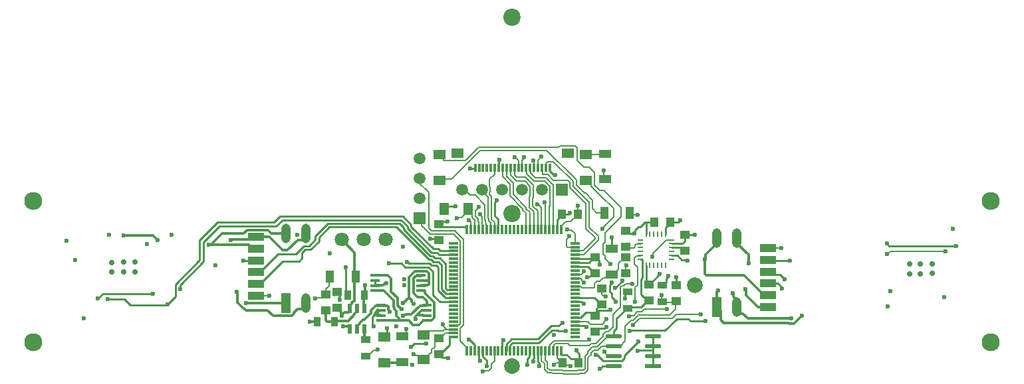
<source format=gtl>
G04*
G04 #@! TF.GenerationSoftware,Altium Limited,Altium Designer,21.3.2 (30)*
G04*
G04 Layer_Physical_Order=1*
G04 Layer_Color=255*
%FSLAX43Y43*%
%MOMM*%
G71*
G04*
G04 #@! TF.SameCoordinates,FBD5C96F-955A-4271-84E1-1BDEFFC5CDA7*
G04*
G04*
G04 #@! TF.FilePolarity,Positive*
G04*
G01*
G75*
%ADD16C,0.203*%
%ADD18R,1.067X1.524*%
%ADD19R,1.270X1.016*%
%ADD20R,0.300X1.000*%
%ADD21R,0.300X1.200*%
%ADD22R,0.550X1.200*%
%ADD23R,1.200X0.300*%
%ADD24R,1.575X1.270*%
%ADD25R,1.524X1.067*%
%ADD26R,2.100X0.500*%
%ADD27O,2.100X0.500*%
%ADD28R,2.000X1.000*%
%ADD29R,0.889X1.270*%
%ADD30R,1.270X0.889*%
%ADD31R,1.200X0.350*%
%ADD32R,1.016X1.270*%
%ADD33R,0.790X0.260*%
%ADD34R,0.260X0.790*%
%ADD35R,1.650X1.300*%
%ADD36R,1.626X1.194*%
%ADD37O,1.200X2.500*%
%ADD38R,1.200X2.500*%
%ADD39R,1.194X1.626*%
%ADD69C,0.254*%
%ADD70C,0.305*%
%ADD71C,0.508*%
%ADD72C,1.800*%
%ADD73C,2.000*%
%ADD74C,2.200*%
%ADD75C,2.300*%
%ADD76C,2.300*%
%ADD77C,0.700*%
%ADD78C,1.500*%
%ADD79R,1.500X1.500*%
%ADD80R,1.500X1.500*%
%ADD81C,0.600*%
D16*
X55600Y72636D02*
G03*
X55600Y73364I-990J364D01*
G01*
X35150Y60700D02*
Y61698D01*
X34726Y60276D02*
X35150Y60700D01*
Y61698D02*
X35352Y61900D01*
X34294Y59176D02*
X34726Y59608D01*
Y60276D01*
X33583Y59176D02*
X34294D01*
X33457Y59050D02*
X33583Y59176D01*
X33350Y59050D02*
X33457D01*
X39850Y51750D02*
X40104D01*
X40810Y52456D01*
X41274D01*
X41350Y52532D01*
X49702Y76698D02*
Y76998D01*
X50731Y74331D02*
X54400Y78000D01*
X49702Y76698D02*
X52524D01*
X49250Y77450D02*
X49702Y76998D01*
X52524Y76698D02*
X54232Y78406D01*
X49433Y74331D02*
X50731D01*
X78901Y58568D02*
X79020Y58687D01*
X78309Y58550D02*
X78901Y58568D01*
X63227Y49973D02*
X64235Y49913D01*
X65599Y49845D02*
X66101D01*
X62961Y50239D02*
X63227Y49973D01*
X64986Y50732D02*
X65850Y50450D01*
X65431Y49439D02*
X66269D01*
X62555Y50045D02*
X63033Y49567D01*
X77768Y58550D02*
X78309D01*
X64235Y49913D02*
X65599Y49845D01*
X67701Y49507D02*
X68116Y49922D01*
X64926Y50792D02*
X64986Y50732D01*
X66101Y49845D02*
X67533Y49913D01*
X66269Y49439D02*
X67701Y49507D01*
X64868Y50850D02*
X64926Y50792D01*
X79020Y58687D02*
Y59124D01*
X67533Y49913D02*
X67710Y50090D01*
X63033Y49567D02*
X65431Y49439D01*
X64102Y50850D02*
X64868D01*
X63852Y50600D02*
X64102Y50850D01*
X63800Y50600D02*
X63852D01*
X67175Y61602D02*
X67355Y61422D01*
Y61398D02*
Y61422D01*
Y61398D02*
X67553Y61199D01*
Y61092D02*
Y61199D01*
Y62446D02*
Y62541D01*
X74110Y58655D02*
X74137Y58682D01*
Y60511D02*
X74400Y60775D01*
X74137Y58682D02*
Y60511D01*
X71332Y57027D02*
X72259Y57954D01*
X74400Y60775D02*
Y63104D01*
X72259Y57954D02*
Y60511D01*
X72440Y60692D01*
X68251Y53055D02*
X68513Y53317D01*
X65547Y53302D02*
X65794Y53055D01*
X68251D01*
X70063Y59437D02*
X70274D01*
X69900Y59600D02*
Y60382D01*
Y59600D02*
X70063Y59437D01*
X70274D02*
X70350Y59361D01*
X65767Y53656D02*
X68220D01*
X77450Y58868D02*
Y59551D01*
Y58868D02*
X77600Y58718D01*
X79250Y57698D02*
Y58618D01*
X78508Y56956D02*
X79250Y57698D01*
Y58618D02*
X79350Y58718D01*
X79020Y59124D02*
X79350Y58718D01*
X77600D02*
X77768Y58550D01*
X106638Y65088D02*
X113648D01*
X106200Y64750D02*
X106300D01*
X106638Y65088D01*
X76376Y64526D02*
Y64876D01*
X78080Y66580D01*
X76300Y64450D02*
X76376Y64526D01*
X61042Y70897D02*
X61700Y70239D01*
X60636Y70729D02*
Y72029D01*
X58205Y72181D02*
X59823Y70563D01*
X60230Y70561D02*
Y70731D01*
X60700Y67900D02*
Y70090D01*
X61647Y71148D02*
X61752D01*
X61042Y70897D02*
Y71860D01*
X61151Y71969D01*
X58611Y72350D02*
X60230Y70731D01*
X61151Y71969D02*
Y73605D01*
X60169Y74587D02*
X61151Y73605D01*
X61200Y67900D02*
Y70165D01*
X59823Y70393D02*
Y70563D01*
X60636Y72029D02*
X60745Y72138D01*
X60200Y67900D02*
Y70016D01*
X61700Y67900D02*
Y70239D01*
X60636Y70729D02*
X61200Y70165D01*
X61752Y71148D02*
X62200Y70700D01*
X60127Y74055D02*
X60745Y73437D01*
X60230Y70561D02*
X60700Y70090D01*
X59823Y70393D02*
X60200Y70016D01*
X60745Y72138D02*
Y73437D01*
X74000Y64252D02*
X74300Y64552D01*
X74000Y63504D02*
X74400Y63104D01*
X74000Y63504D02*
Y64252D01*
X79369Y57069D02*
X82461D01*
X78850Y56550D02*
X79369Y57069D01*
X74687Y56550D02*
X78850D01*
X74519Y56956D02*
X78508D01*
X75276Y57707D02*
X78152D01*
X74932Y57362D02*
X75276Y57707D01*
X73810Y55673D02*
X74687Y56550D01*
X73319Y56839D02*
X73395Y56915D01*
X73903D01*
X74351Y57362D01*
X73841Y56278D02*
X74519Y56956D01*
X73560Y56278D02*
X73841D01*
X74351Y57362D02*
X74932D01*
X72844Y55562D02*
X73560Y56278D01*
X69870Y68000D02*
X71400Y69530D01*
X69870Y68000D02*
X69929Y67941D01*
X70300Y67457D02*
X72350Y69507D01*
Y70700D01*
X70300Y66322D02*
Y67457D01*
X65445Y67850D02*
X66000D01*
X65700Y66943D02*
Y67050D01*
X70450Y56393D02*
Y56500D01*
X70103Y55944D02*
Y56045D01*
X69959Y55800D02*
X70103Y55944D01*
Y56045D02*
X70450Y56393D01*
X68405Y55800D02*
X69959D01*
X62200Y51174D02*
Y52400D01*
Y51174D02*
X62555Y50819D01*
X61750Y76761D02*
X62150Y77161D01*
Y77216D01*
X61750Y75750D02*
Y76761D01*
X72844Y53644D02*
Y55562D01*
X72440Y60692D02*
X72668D01*
X70372Y54822D02*
X70695D01*
X69069Y53317D02*
X70048Y54297D01*
X70695Y54822D02*
X71332Y55459D01*
Y57027D01*
X70048Y54297D02*
Y54498D01*
X70372Y54822D01*
X72200Y53000D02*
X72844Y53644D01*
X72668Y60692D02*
X72956Y60980D01*
X73750D01*
X63248Y53199D02*
X63757Y53708D01*
X63248Y52448D02*
Y53199D01*
X63748Y52448D02*
Y53125D01*
X63925Y53302D02*
X65547D01*
X63748Y53125D02*
X63925Y53302D01*
X63757Y53708D02*
X65716D01*
X65767Y53656D01*
X68513Y53317D02*
X69069D01*
X68681Y52911D02*
X69241D01*
X68089Y52074D02*
Y52319D01*
X69351Y52505D02*
X69380Y52475D01*
X68495Y51906D02*
Y52151D01*
X68116Y51526D02*
X68495Y51906D01*
X69380Y52475D02*
X69904Y53000D01*
X68849Y52505D02*
X69351D01*
X67710Y51694D02*
X68089Y52074D01*
X69241Y52911D02*
X70600Y54270D01*
X68089Y52319D02*
X68681Y52911D01*
X68495Y52151D02*
X68849Y52505D01*
X69904Y53000D02*
X72200D01*
X68116Y49922D02*
Y51526D01*
X67710Y50090D02*
Y51694D01*
X70663Y51730D02*
Y51731D01*
X70170Y52224D02*
X70663Y51731D01*
X70170Y52224D02*
Y52287D01*
X70663Y51730D02*
X71400D01*
X70600Y54270D02*
X71400D01*
X78080Y66580D02*
X78720D01*
X65350Y65769D02*
Y66593D01*
X65700Y66943D01*
X66450Y66150D02*
Y67400D01*
X66000Y67850D02*
X66450Y67400D01*
X58205Y72181D02*
Y73673D01*
X58250Y74800D02*
Y75750D01*
X57750Y74703D02*
X58611Y73842D01*
X57250Y74628D02*
X58205Y73673D01*
X58250Y74800D02*
X58995Y74055D01*
X57750Y74703D02*
Y75750D01*
X57250Y74628D02*
Y75750D01*
X55600Y73364D02*
Y74295D01*
X56250Y74945D01*
Y75750D01*
X55412Y69303D02*
Y72003D01*
X55818Y69471D02*
Y72171D01*
X55006Y69135D02*
Y71068D01*
X53774Y72300D02*
X55006Y71068D01*
X55600Y72390D02*
X55660Y72330D01*
X55600Y72390D02*
Y72636D01*
X58611Y72350D02*
Y73842D01*
X55660Y72330D02*
X55818Y72171D01*
X54610Y72805D02*
X55412Y72003D01*
X54610Y72805D02*
Y73000D01*
X54401Y69743D02*
X54600Y69544D01*
Y68966D02*
Y69544D01*
X54606Y68670D02*
Y68960D01*
X55012Y68839D02*
Y69128D01*
X53390Y69431D02*
Y69441D01*
X54606Y68670D02*
X54652Y68625D01*
X55012Y68839D02*
X55152Y68700D01*
X53155Y68928D02*
X53178D01*
X53383Y69448D02*
X53390Y69441D01*
X53796Y70299D02*
X54200Y70703D01*
X53796Y69599D02*
X54106Y69290D01*
Y68886D02*
Y69290D01*
X54200Y70703D02*
Y70751D01*
X54600Y68966D02*
X54606Y68960D01*
X53700Y67900D02*
Y69121D01*
X55006Y69135D02*
X55012Y69128D01*
X53010Y69073D02*
X53155Y68928D01*
X55444Y68982D02*
Y69271D01*
X55818Y69471D02*
X55850Y69440D01*
X53390Y69431D02*
X53700Y69121D01*
X53383Y69448D02*
Y69839D01*
X53796Y69599D02*
Y70299D01*
X55850Y69150D02*
Y69440D01*
X54401Y69743D02*
Y69850D01*
X52903Y69073D02*
X53010D01*
X54106Y68886D02*
X54200Y68792D01*
X55412Y69303D02*
X55444Y69271D01*
X54200Y67900D02*
Y68792D01*
X55850Y69150D02*
X56200Y68800D01*
X55152Y67948D02*
Y68700D01*
X55444Y68982D02*
X55700Y68726D01*
X56200Y67900D02*
Y68800D01*
X55700Y67900D02*
Y68726D01*
X54652Y67948D02*
Y68625D01*
X55152Y67948D02*
X55200Y67900D01*
X52850Y70372D02*
X53383Y69839D01*
X70036Y66058D02*
X70300Y66322D01*
X66778Y70922D02*
Y70937D01*
Y70922D02*
X66850Y70850D01*
Y69850D02*
Y70850D01*
X66450Y62150D02*
X67257D01*
X67553Y62446D01*
X66498Y61602D02*
X67175D01*
X66450Y61650D02*
X66498Y61602D01*
X70150Y74500D02*
Y75400D01*
Y74500D02*
X70250Y74400D01*
X73648Y69750D02*
X74450D01*
X73348Y70050D02*
X73648Y69750D01*
X72950Y62350D02*
Y63260D01*
X73000Y63310D01*
X64200Y51445D02*
X64795Y50850D01*
X62700Y51248D02*
X62961Y50987D01*
X62700Y51248D02*
Y52400D01*
X62961Y50239D02*
Y50987D01*
X62555Y50045D02*
Y50819D01*
X44950Y54650D02*
Y55237D01*
X44450Y54150D02*
X44950Y54650D01*
X45987Y51963D02*
X46141Y51809D01*
X45888Y51963D02*
X45987D01*
X46693Y51809D02*
X47150Y51352D01*
X46141Y51809D02*
X46693D01*
X25850Y59450D02*
X27500D01*
X47861Y51861D02*
X48213Y52213D01*
Y52583D02*
X48390Y52760D01*
X48213Y52213D02*
Y52583D01*
X48498Y52760D02*
X48617Y52879D01*
X47861Y51809D02*
Y51861D01*
X48617Y52879D02*
Y53576D01*
X48390Y52760D02*
X48498D01*
X49023Y53982D02*
X49277D01*
X47150Y51352D02*
X47404D01*
X47861Y51809D01*
X48617Y53576D02*
X49023Y53982D01*
X49977Y55077D02*
X50050Y55150D01*
X49798Y55077D02*
X49977D01*
X49654Y54933D02*
X49798Y55077D01*
X47683Y54933D02*
X49654D01*
X47150Y54400D02*
X47683Y54933D01*
X52010Y69456D02*
X52850Y70296D01*
X51606Y69456D02*
X52010D01*
X51450Y69300D02*
X51606Y69456D01*
X91050Y65500D02*
X92733D01*
X52850Y70372D02*
Y70550D01*
Y70296D02*
Y70372D01*
X54652Y67948D02*
X54700Y67900D01*
X49250Y74148D02*
X49433Y74331D01*
X69227Y70050D02*
X70300D01*
X68689Y70589D02*
X69227Y70050D01*
X68689Y70589D02*
Y71661D01*
X67800Y72550D02*
X68689Y71661D01*
X67649Y72550D02*
X67800D01*
X66637Y73562D02*
X67649Y72550D01*
X66637Y73562D02*
Y74213D01*
X62850Y78000D02*
X66637Y74213D01*
X54400Y78000D02*
X62850D01*
X70250Y64200D02*
X70950Y63500D01*
X70250Y64200D02*
Y64528D01*
X70036Y64741D02*
X70250Y64528D01*
X70036Y64741D02*
Y66058D01*
X70150Y72900D02*
X72350Y70700D01*
X69600Y72900D02*
X70150D01*
X68939Y73561D02*
X69600Y72900D01*
X68939Y73561D02*
Y75211D01*
X68255Y75895D02*
X68939Y75211D01*
X67606Y75895D02*
X68255D01*
X66761Y76740D02*
X67606Y75895D01*
X66761Y76740D02*
Y78316D01*
X66475Y78602D02*
X66761Y78316D01*
X64575Y78602D02*
X66475D01*
X64380Y78406D02*
X64575Y78602D01*
X54232Y78406D02*
X64380D01*
X66450Y60650D02*
X66498Y60602D01*
X67175D02*
X67327Y60450D01*
X66498Y60602D02*
X67175D01*
X68963Y60569D02*
Y61015D01*
X68844Y60450D02*
X68963Y60569D01*
X67327Y60450D02*
X68844D01*
X69248Y61300D02*
X69617D01*
X68963Y61015D02*
X69248Y61300D01*
X71400Y69530D02*
Y70570D01*
X68533Y73367D02*
X69748Y72152D01*
X69818D01*
X71400Y70570D01*
X67999Y74198D02*
X68533Y73665D01*
Y73367D02*
Y73665D01*
X67850Y74198D02*
X67999D01*
X67902Y77448D02*
X70250D01*
X67850Y77500D02*
X67902Y77448D01*
X67850Y68013D02*
Y71176D01*
X68256Y68181D02*
Y71344D01*
X69406Y66507D02*
Y67031D01*
X68256Y68181D02*
X69406Y67031D01*
X67850Y68013D02*
X69000Y66863D01*
Y66676D02*
Y66863D01*
X68055Y56150D02*
X68405Y55800D01*
X66450Y56150D02*
X68055D01*
X61202Y75798D02*
Y76646D01*
Y75798D02*
X61250Y75750D01*
X61145Y76702D02*
X61202Y76646D01*
X65350Y65769D02*
X65469Y65650D01*
X66450D01*
X59750Y76743D02*
X60000Y76993D01*
X59750Y75750D02*
Y76743D01*
X60000Y76993D02*
Y77100D01*
X62200Y67900D02*
Y70700D01*
X62610Y71390D02*
X62700Y71300D01*
Y67900D02*
Y71300D01*
X59250Y75798D02*
X59298Y75750D01*
X59250Y75798D02*
Y76700D01*
X58800Y77150D02*
X59250Y76700D01*
X50050Y55150D02*
X50950D01*
X49639Y55580D02*
Y55800D01*
Y55580D02*
X50050Y55169D01*
Y55150D02*
Y55169D01*
X63697Y74193D02*
X65509D01*
X65825Y73201D02*
Y73876D01*
X62975Y76552D02*
X63724D01*
X65509Y74193D02*
X65825Y73876D01*
X62977Y74912D02*
X63697Y74193D01*
X66231Y73369D02*
X68256Y71344D01*
X62400Y74912D02*
X62977D01*
X66231Y73369D02*
Y74045D01*
X65825Y73201D02*
X67850Y71176D01*
X63724Y76552D02*
X66231Y74045D01*
X47850Y68094D02*
Y72600D01*
X46737Y68920D02*
X46936Y68722D01*
X47850Y68094D02*
X48211Y67734D01*
X46936Y68434D02*
Y68722D01*
X46450Y68920D02*
X46737D01*
X46936Y68434D02*
X48042Y67328D01*
X48211Y67734D02*
X51117D01*
X48042Y67328D02*
X49860D01*
X54747Y49786D02*
X54806Y49845D01*
X55451D01*
X55805Y50199D02*
Y50705D01*
X55451Y49845D02*
X55805Y50199D01*
Y50705D02*
X56200Y51100D01*
Y52400D01*
X74752Y64552D02*
X74780Y64580D01*
X74300Y64552D02*
X74752D01*
X73100Y65568D02*
X73964D01*
X72950Y65718D02*
X73100Y65568D01*
X74752Y66052D02*
X74780Y66080D01*
X74300Y66052D02*
X74752D01*
X74083Y65835D02*
X74300Y66052D01*
X74083Y65687D02*
Y65835D01*
X73964Y65568D02*
X74083Y65687D01*
X72823Y64382D02*
X72950D01*
X72013Y63572D02*
X72823Y64382D01*
X72013Y62833D02*
Y63572D01*
X71430Y62250D02*
X72013Y62833D01*
X71100Y62250D02*
X71430D01*
X70567Y61717D02*
X71100Y62250D01*
X70033Y61717D02*
X70567D01*
X69617Y61300D02*
X70033Y61717D01*
X46450Y74000D02*
X47850Y72600D01*
X51852Y55301D02*
X52258Y55707D01*
X51117Y67734D02*
X52258Y66593D01*
Y55707D02*
Y66593D01*
X50998Y55698D02*
X51675D01*
X50977Y67300D02*
X51852Y66425D01*
X51675Y55698D02*
X51852Y55875D01*
Y66425D01*
X49860Y67328D02*
X49888Y67300D01*
X50977D01*
X51852Y53698D02*
Y55301D01*
X52700Y52400D02*
Y52850D01*
X51852Y53698D02*
X52700Y52850D01*
X50950Y55650D02*
X50998Y55698D01*
X49945Y54650D02*
X50950D01*
X49277Y53982D02*
X49945Y54650D01*
X62750Y75750D02*
X62798Y75798D01*
Y76375D01*
X62975Y76552D01*
X66450Y64650D02*
X67549D01*
X69406Y66507D01*
X62298Y75014D02*
Y75853D01*
Y75014D02*
X62400Y74912D01*
X66450Y65150D02*
X67474D01*
X69000Y66676D01*
X63200Y52400D02*
X63248Y52448D01*
X63700Y52400D02*
X63748Y52448D01*
X64200Y51445D02*
Y52400D01*
X53178Y67922D02*
Y68928D01*
Y67922D02*
X53200Y67900D01*
X52070Y73000D02*
X52400D01*
X53100Y72300D01*
X53774D01*
X66444Y69317D02*
X66850Y69723D01*
X66317Y69317D02*
X66444D01*
X66850Y69723D02*
Y69850D01*
X65913Y68913D02*
X66317Y69317D01*
X65263Y68913D02*
X65913D01*
X64700Y67900D02*
Y68350D01*
X65263Y68913D01*
X60798Y75125D02*
X61417Y74506D01*
X60750Y75750D02*
X60798Y75702D01*
Y75125D02*
Y75702D01*
X62790Y74506D02*
X63700Y73596D01*
X61417Y74506D02*
X62790D01*
X63700Y67900D02*
Y73596D01*
X61231Y74100D02*
X62622D01*
X60298Y75032D02*
Y75702D01*
Y75032D02*
X61231Y74100D01*
X60250Y75750D02*
X60298Y75702D01*
X63200Y70875D02*
X63285Y70960D01*
Y73437D01*
X62622Y74100D02*
X63285Y73437D01*
X63200Y67900D02*
Y70875D01*
X58750Y74874D02*
Y75750D01*
Y74874D02*
X59037Y74587D01*
X60169D01*
X58995Y74055D02*
X60127D01*
D18*
X35250Y61900D02*
D03*
X38502D02*
D03*
X73450Y70050D02*
D03*
X70198D02*
D03*
D19*
X36200Y59900D02*
D03*
Y57868D02*
D03*
X69050Y54868D02*
D03*
Y56900D02*
D03*
X34700Y57550D02*
D03*
Y59582D02*
D03*
X80450Y65218D02*
D03*
Y67250D02*
D03*
X72950Y65718D02*
D03*
Y67750D02*
D03*
X69050Y62318D02*
D03*
Y64350D02*
D03*
X79350Y58718D02*
D03*
Y60750D02*
D03*
X75850Y58868D02*
D03*
Y60900D02*
D03*
X72950Y64382D02*
D03*
Y62350D02*
D03*
X69900Y58350D02*
D03*
Y60382D02*
D03*
X49100Y68550D02*
D03*
Y66518D02*
D03*
X49150Y51950D02*
D03*
Y53982D02*
D03*
D20*
X56750Y75750D02*
D03*
X56250D02*
D03*
X53750D02*
D03*
X54250D02*
D03*
X54750D02*
D03*
X57250D02*
D03*
X57750D02*
D03*
X59250D02*
D03*
X59750D02*
D03*
X63250D02*
D03*
X62750D02*
D03*
X62250D02*
D03*
X61750D02*
D03*
X61250D02*
D03*
X60750D02*
D03*
X60250D02*
D03*
X58750D02*
D03*
X58250D02*
D03*
X55750D02*
D03*
X55250D02*
D03*
D21*
X56700Y67900D02*
D03*
X56200D02*
D03*
X64700Y52400D02*
D03*
X64200D02*
D03*
X63700D02*
D03*
X63200D02*
D03*
X62700D02*
D03*
X62200D02*
D03*
X61700D02*
D03*
X61200D02*
D03*
X60700D02*
D03*
X60200D02*
D03*
X59700D02*
D03*
X59200D02*
D03*
X58700D02*
D03*
X58200D02*
D03*
X57700D02*
D03*
X57200D02*
D03*
X56700D02*
D03*
X56200D02*
D03*
X55700D02*
D03*
X55200D02*
D03*
X54700D02*
D03*
X54200D02*
D03*
X53700D02*
D03*
X53200D02*
D03*
X52700Y67900D02*
D03*
X53200D02*
D03*
X53700D02*
D03*
X54200D02*
D03*
X54700D02*
D03*
X55200D02*
D03*
X55700D02*
D03*
X57200D02*
D03*
X57700D02*
D03*
X58200D02*
D03*
X58700D02*
D03*
X59200D02*
D03*
X59700D02*
D03*
X60200D02*
D03*
X60700D02*
D03*
X61200D02*
D03*
X61700D02*
D03*
X62200D02*
D03*
X62700D02*
D03*
X63200D02*
D03*
X63700D02*
D03*
X64200D02*
D03*
X64700D02*
D03*
X52700Y52400D02*
D03*
D22*
X38700Y57800D02*
D03*
X37750D02*
D03*
X39650D02*
D03*
Y55200D02*
D03*
X38700D02*
D03*
X37750D02*
D03*
D23*
X66450Y62650D02*
D03*
X50950Y54150D02*
D03*
Y54650D02*
D03*
Y55150D02*
D03*
Y55650D02*
D03*
Y56150D02*
D03*
Y56650D02*
D03*
Y57150D02*
D03*
Y57650D02*
D03*
Y58150D02*
D03*
Y58650D02*
D03*
Y59150D02*
D03*
Y59650D02*
D03*
Y60150D02*
D03*
Y60650D02*
D03*
Y61150D02*
D03*
Y61650D02*
D03*
Y62150D02*
D03*
Y62650D02*
D03*
Y63150D02*
D03*
Y63650D02*
D03*
Y64150D02*
D03*
Y64650D02*
D03*
Y65150D02*
D03*
Y65650D02*
D03*
Y66150D02*
D03*
X66450D02*
D03*
Y65650D02*
D03*
Y65150D02*
D03*
Y64650D02*
D03*
Y64150D02*
D03*
Y63650D02*
D03*
Y63150D02*
D03*
Y62150D02*
D03*
Y61650D02*
D03*
Y61150D02*
D03*
Y60650D02*
D03*
Y60150D02*
D03*
Y59650D02*
D03*
Y59150D02*
D03*
Y58650D02*
D03*
Y58150D02*
D03*
Y57650D02*
D03*
Y57150D02*
D03*
Y56650D02*
D03*
Y56150D02*
D03*
Y55650D02*
D03*
Y55150D02*
D03*
Y54650D02*
D03*
Y54150D02*
D03*
D24*
X67850Y77500D02*
D03*
Y74198D02*
D03*
X49250Y74148D02*
D03*
Y77450D02*
D03*
X42150Y54200D02*
D03*
Y50898D02*
D03*
D25*
X70250Y74298D02*
D03*
Y77550D02*
D03*
X71100Y62148D02*
D03*
Y65400D02*
D03*
X44450Y51000D02*
D03*
Y54252D02*
D03*
D26*
X76400Y50460D02*
D03*
D27*
Y51730D02*
D03*
Y53000D02*
D03*
Y54270D02*
D03*
X71400Y50460D02*
D03*
Y51730D02*
D03*
Y53000D02*
D03*
Y54270D02*
D03*
D28*
X25850Y59450D02*
D03*
Y60950D02*
D03*
Y62450D02*
D03*
Y63950D02*
D03*
Y65450D02*
D03*
Y66950D02*
D03*
X91050Y65500D02*
D03*
Y64000D02*
D03*
Y62500D02*
D03*
Y61000D02*
D03*
Y59500D02*
D03*
Y58000D02*
D03*
D29*
X33637Y56100D02*
D03*
X35796D02*
D03*
X37486Y59550D02*
D03*
X39646D02*
D03*
D30*
X39850Y51687D02*
D03*
Y53846D02*
D03*
X77600Y58654D02*
D03*
Y60813D02*
D03*
X73200Y57786D02*
D03*
Y59945D02*
D03*
D31*
X47575Y56275D02*
D03*
Y56925D02*
D03*
Y57575D02*
D03*
Y58225D02*
D03*
X41725D02*
D03*
Y57575D02*
D03*
Y56925D02*
D03*
Y56275D02*
D03*
X46875Y60075D02*
D03*
Y60725D02*
D03*
Y61375D02*
D03*
Y62025D02*
D03*
X41025D02*
D03*
Y61375D02*
D03*
Y60725D02*
D03*
Y60075D02*
D03*
D32*
X78600Y68850D02*
D03*
X76568D02*
D03*
X66900Y50850D02*
D03*
X64868D02*
D03*
X66850Y69850D02*
D03*
X64818D02*
D03*
D33*
X74780Y64080D02*
D03*
Y64580D02*
D03*
Y65080D02*
D03*
Y65580D02*
D03*
Y66080D02*
D03*
Y66580D02*
D03*
X78720D02*
D03*
Y66080D02*
D03*
Y65580D02*
D03*
Y65080D02*
D03*
Y64580D02*
D03*
Y64080D02*
D03*
D34*
X75500Y67300D02*
D03*
X76000D02*
D03*
X76500D02*
D03*
X77000D02*
D03*
X77500D02*
D03*
X78000D02*
D03*
Y63360D02*
D03*
X77500D02*
D03*
X77000D02*
D03*
X76500D02*
D03*
X76000D02*
D03*
X75500D02*
D03*
D35*
X65525Y77650D02*
D03*
X51475D02*
D03*
D36*
X47150Y51314D02*
D03*
Y54438D02*
D03*
D37*
X29660Y67350D02*
D03*
X32200D02*
D03*
Y58500D02*
D03*
X84550Y66800D02*
D03*
X87090D02*
D03*
Y57950D02*
D03*
D38*
X29660Y58500D02*
D03*
X84550Y57950D02*
D03*
D39*
X49764Y70550D02*
D03*
X52888D02*
D03*
D69*
X37250Y59850D02*
Y63100D01*
Y59850D02*
X37550Y59550D01*
X39550Y66378D02*
Y66600D01*
X40912Y56938D02*
X41100Y57125D01*
X40700Y56725D02*
X40912Y56938D01*
X41350Y57527D02*
X41550D01*
X41573Y57550D02*
X41700D01*
X41550Y57527D02*
X41573Y57550D01*
X41700D02*
X41725Y57575D01*
X40700Y55700D02*
X40850Y55550D01*
X40700Y55700D02*
Y56725D01*
X42150Y54200D02*
X42550Y54600D01*
Y55300D01*
X26350Y62450D02*
X28668Y64768D01*
X31716Y64907D02*
X32125Y65316D01*
X31716Y64259D02*
Y64907D01*
X31307Y63850D02*
X31716Y64259D01*
X32584Y65773D02*
X33400Y66589D01*
X31936Y65773D02*
X32584D01*
X30930Y64768D02*
X31936Y65773D01*
X28668Y64768D02*
X30930D01*
X32773Y65316D02*
X33857Y66400D01*
X32125Y65316D02*
X32773D01*
X41025Y60725D02*
Y61375D01*
X74104Y67801D02*
X74552Y68250D01*
X74000Y67350D02*
X74104Y67454D01*
Y67801D01*
X73331Y67369D02*
X73981D01*
X72950Y67750D02*
X73331Y67369D01*
X73981D02*
X74000Y67350D01*
X92734Y60416D02*
X92800Y60350D01*
X92734Y60416D02*
Y60566D01*
X92300Y61000D02*
X92734Y60566D01*
X80706Y63994D02*
X80750Y63950D01*
X80069Y63994D02*
X80706D01*
X79483Y64580D02*
X80069Y63994D01*
X53100Y75700D02*
X53727D01*
X53750Y75723D01*
Y75750D01*
X49802Y70550D02*
X50102Y70850D01*
X51250D01*
X63489Y55030D02*
X64308D01*
X63412Y55600D02*
X64400D01*
X64308Y55030D02*
X64388Y54950D01*
X61712Y53900D02*
X63412Y55600D01*
X58341Y53900D02*
X61712D01*
X58488Y53400D02*
X61859D01*
X64388Y54950D02*
X65300D01*
X61859Y53400D02*
X63489Y55030D01*
X65965Y51358D02*
X66519D01*
X65396Y51927D02*
X65965Y51358D01*
X67963Y61783D02*
X68030Y61849D01*
X68387Y61937D02*
X68669D01*
X68299Y61849D02*
X68387Y61937D01*
X68030Y61849D02*
X68299D01*
X68070Y63171D02*
X68923Y62318D01*
X66450Y63150D02*
X66471Y63171D01*
X68070D01*
X68923Y62318D02*
X69050D01*
X72864Y59628D02*
X73118Y59882D01*
X72864Y59049D02*
Y59628D01*
X73375Y58025D02*
X74880D01*
X73118Y59882D02*
X73200D01*
X74880Y58025D02*
X75723Y58868D01*
X73200Y57850D02*
X73375Y58025D01*
X66650Y52356D02*
Y52450D01*
X66950Y50900D02*
Y52056D01*
X66650Y52356D02*
X66950Y52056D01*
X69969Y50460D02*
X71400D01*
X69650Y50150D02*
X69659D01*
X69969Y50460D01*
X70756Y57550D02*
X70856Y57650D01*
X70950D01*
X71604Y58705D02*
Y58789D01*
X69150Y57550D02*
X70756D01*
X71175Y59219D02*
X71604Y58789D01*
X14500Y58250D02*
X14550Y58300D01*
X9817Y58250D02*
X14500D01*
X56773Y76773D02*
X56800Y76800D01*
X56773Y75773D02*
Y76773D01*
X44345Y63577D02*
X44820Y63102D01*
X42777Y63577D02*
X44345D01*
X16150Y60250D02*
X16187D01*
X16150D02*
Y60800D01*
X14550Y58300D02*
X15556Y59306D01*
Y60906D01*
X18650Y64000D01*
X106450Y65800D02*
X114960D01*
X106150Y66100D02*
X106450Y65800D01*
X78300Y61950D02*
X78350Y62000D01*
X78300Y61800D02*
Y61950D01*
X78108Y61608D02*
X78300Y61800D01*
X78108Y61131D02*
Y61608D01*
X77727Y60750D02*
X78108Y61131D01*
X79350Y61777D02*
X79387Y61814D01*
X79350Y60750D02*
Y61777D01*
X77100Y62050D02*
X77250Y62200D01*
X77100Y62023D02*
Y62050D01*
X75977Y60900D02*
X77100Y62023D01*
X75850Y60900D02*
X75977D01*
X75043Y62244D02*
Y64077D01*
X75040Y64080D02*
X75043Y64077D01*
X75000Y61700D02*
Y62201D01*
X74780Y64080D02*
X75040D01*
X75000Y62201D02*
X75043Y62244D01*
X74888Y61588D02*
X75000Y61700D01*
X74888Y59560D02*
Y61588D01*
X75500Y61250D02*
Y63360D01*
X75199Y59249D02*
X75469D01*
X75500Y61250D02*
X75850Y60900D01*
X75469Y59249D02*
X75850Y58868D01*
X74888Y59560D02*
X75199Y59249D01*
X79410Y56500D02*
X80903D01*
X77909Y54999D02*
X79410Y56500D01*
X73512Y54999D02*
X77909D01*
X81203Y56200D02*
X83100D01*
X80903Y56500D02*
X81203Y56200D01*
X73449Y54936D02*
X73512Y54999D01*
X69563Y63456D02*
X69585Y63435D01*
X69169Y64350D02*
X69563Y63956D01*
Y63456D02*
Y63956D01*
X69585Y63390D02*
Y63435D01*
X69050Y64350D02*
X69169D01*
X68923D02*
X69050D01*
X91100Y63950D02*
X93800D01*
X70173Y55249D02*
X70355Y55430D01*
X70444D01*
X45550Y52900D02*
X45988Y53338D01*
X47500D01*
X52966Y53734D02*
X53079D01*
X53677Y53135D01*
X52900Y53800D02*
X52966Y53734D01*
X54723Y51665D02*
X55188Y51199D01*
X54723Y51665D02*
Y52377D01*
X55188Y50462D02*
Y51199D01*
X61768Y50995D02*
Y51443D01*
Y50995D02*
X61884Y50880D01*
X60412Y50588D02*
Y51400D01*
X55188Y50462D02*
X55200Y50450D01*
X74500Y52450D02*
X76400D01*
X74450Y52400D02*
X74500Y52450D01*
X74534Y53600D02*
X74550D01*
X72777Y51842D02*
X74534Y53600D01*
X70900Y60806D02*
X71100Y61006D01*
X70900Y60000D02*
Y60806D01*
X71100Y61006D02*
Y61100D01*
X70900Y60000D02*
X71175Y59725D01*
Y59219D02*
Y59725D01*
X71600Y60465D02*
X72458Y61322D01*
Y61337D01*
X71600Y60450D02*
Y60465D01*
X71764Y55280D02*
Y56541D01*
X71424Y54384D02*
Y54940D01*
X71764Y55280D01*
X69431Y55249D02*
X70173D01*
X64750Y55950D02*
X64850D01*
X64400Y55600D02*
X64750Y55950D01*
X58223Y53135D02*
X58488Y53400D01*
X57723Y53282D02*
X58341Y53900D01*
X57723Y52423D02*
Y53282D01*
X57700Y52400D02*
X57723Y52423D01*
X57300Y53656D02*
Y53750D01*
X57200Y52400D02*
Y53556D01*
X57300Y53656D01*
X58223Y52423D02*
Y53135D01*
X75723Y58868D02*
X75850D01*
X71764Y56541D02*
X73073Y57850D01*
X73200D01*
X71400Y54360D02*
X71424Y54384D01*
X71400Y54270D02*
Y54360D01*
X58200Y52400D02*
X58223Y52423D01*
X61112Y51070D02*
X61178Y51136D01*
Y51452D01*
X69100Y51900D02*
X69250D01*
X69997Y51153D01*
X72777Y51491D02*
Y51842D01*
X69997Y51153D02*
X72439D01*
X72777Y51491D01*
X56750Y75750D02*
X56773Y75773D01*
X56250Y71350D02*
X56500Y71600D01*
X56250Y69650D02*
Y71350D01*
Y69650D02*
X56700Y69200D01*
Y67900D02*
Y69200D01*
X66900Y50850D02*
X66950Y50900D01*
X79600Y68850D02*
X79850Y69100D01*
X78600Y68850D02*
X79600D01*
X71100Y65298D02*
Y66850D01*
X91050Y61000D02*
X92300D01*
X65839Y69989D02*
Y70000D01*
X65700Y69850D02*
X65839Y69989D01*
X64818Y69850D02*
X65700D01*
X68669Y61937D02*
X69050Y62318D01*
X49450Y68900D02*
X50187D01*
X49100Y68550D02*
X49450Y68900D01*
X50231Y51569D02*
X50350Y51450D01*
X49150Y51950D02*
X49531Y51569D01*
X50231D01*
X24200Y63900D02*
X24250Y63950D01*
X25850D01*
X16150Y60800D02*
X19150Y63800D01*
X18650Y64000D02*
Y66500D01*
X20950Y68800D01*
X28150D01*
X28921Y69571D01*
X19150Y63800D02*
Y66250D01*
X21200Y68300D01*
X28400D01*
X29214Y69114D01*
X26350Y60950D02*
X29250Y63850D01*
X31307D01*
X25850Y60950D02*
X26350D01*
X33857Y66900D02*
X35157Y68200D01*
X33857Y66400D02*
Y66900D01*
X33400Y67089D02*
X34968Y68657D01*
X33400Y66589D02*
Y67089D01*
X25850Y62450D02*
X26350D01*
X91050Y64000D02*
X91100Y63950D01*
X92573Y62127D02*
X93150Y61550D01*
X91050Y62500D02*
X91423Y62127D01*
X92573D01*
X45348Y63559D02*
X47943D01*
X48202Y63300D01*
X48750D01*
X45175Y63732D02*
X45348Y63559D01*
X45081Y63732D02*
X45175D01*
X49065Y65421D02*
X49336Y65150D01*
X48423Y65421D02*
X49065D01*
X45570Y68274D02*
X48423Y65421D01*
X66450Y55650D02*
X67606D01*
X76400Y52450D02*
Y53000D01*
Y50460D02*
Y51730D01*
Y52450D01*
Y53000D02*
Y54270D01*
X68669Y57281D02*
X69050Y56900D01*
X68412Y57281D02*
X68669D01*
X69150Y57000D02*
Y57550D01*
X67812Y57300D02*
X68393D01*
X69773Y58350D02*
X69900D01*
X69050Y56900D02*
X69150Y57000D01*
X67185Y56673D02*
X67812Y57300D01*
X68393D02*
X68412Y57281D01*
X69050Y54868D02*
X69431Y55249D01*
X67043Y56673D02*
X67185D01*
X67043Y56673D02*
X67043Y56673D01*
X66473Y56673D02*
X67043D01*
X66450Y56650D02*
X66473Y56673D01*
X68973Y59150D02*
X69773Y58350D01*
X66450Y59150D02*
X68973D01*
X69150Y57550D02*
Y57789D01*
X69150Y57789D01*
X69212D01*
X69773Y58350D01*
X60412Y51400D02*
X60677Y51665D01*
Y52377D02*
X60700Y52400D01*
X60677Y51665D02*
Y52377D01*
X61884Y50516D02*
Y50880D01*
X61700Y51511D02*
Y52400D01*
Y51511D02*
X61768Y51443D01*
X61884Y50516D02*
X61950Y50450D01*
X61178Y51452D02*
X61200Y51474D01*
Y52400D01*
X63881Y74864D02*
X63947Y74797D01*
X63786Y74864D02*
X63881D01*
X63273Y75377D02*
X63786Y74864D01*
X44199Y67706D02*
X47855Y64050D01*
X44199Y67706D02*
Y67706D01*
X43705Y68200D02*
X44199Y67706D01*
X35157Y68200D02*
X43705D01*
X44656Y67896D02*
X48045Y64507D01*
X44656Y67896D02*
Y68140D01*
X44139Y68657D02*
X44656Y68140D01*
X34968Y68657D02*
X44139D01*
X45113Y68085D02*
X48234Y64964D01*
X45113Y68085D02*
Y68330D01*
X44329Y69114D02*
X45113Y68330D01*
X29214Y69114D02*
X44329D01*
X28921Y69571D02*
X44518D01*
X45570Y68519D01*
Y68274D02*
Y68519D01*
X74552Y68250D02*
X74800D01*
X75649Y68850D02*
X76568D01*
X75400D02*
X75649D01*
X74800Y68250D02*
X75400Y68850D01*
X75500Y67300D02*
Y68701D01*
X78000Y67300D02*
Y68123D01*
X78600Y68723D02*
Y68850D01*
X78000Y68123D02*
X78600Y68723D01*
X48895Y66723D02*
X49100Y66518D01*
X47855Y64050D02*
X48150D01*
X48045Y64507D02*
X48339D01*
X48013Y66723D02*
X48895D01*
X48234Y64964D02*
X48876D01*
X44820Y63102D02*
X46733D01*
X46800Y63035D01*
X47821D01*
X48876Y64964D02*
X49169Y64671D01*
X48339Y64507D02*
X48632Y64214D01*
X48150Y64050D02*
X48443Y63757D01*
X47821Y63035D02*
X48400Y62456D01*
X48632Y64214D02*
X49286D01*
X48443Y63757D02*
X49097D01*
X49286Y64214D02*
X50000Y63500D01*
X48750Y63300D02*
X49000Y63050D01*
X49097Y63757D02*
X49500Y63354D01*
X49834Y64650D02*
X50950D01*
X49169Y64671D02*
X49813D01*
X49834Y64650D01*
X49336Y65150D02*
X50950D01*
X48400Y59550D02*
Y62456D01*
X50000Y60388D02*
Y63500D01*
X49500Y60241D02*
Y63354D01*
X49000Y60095D02*
X49945Y59150D01*
X49000Y60095D02*
Y63050D01*
X48400Y59550D02*
X49300Y58650D01*
X50950D01*
X49945Y59150D02*
X50950D01*
X49500Y60241D02*
X50068Y59673D01*
X50927D02*
X50950Y59650D01*
X50068Y59673D02*
X50927D01*
X50215Y60173D02*
X50927D01*
X50950Y60150D01*
X50000Y60388D02*
X50215Y60173D01*
X54200Y51322D02*
Y52400D01*
X54700D02*
X54723Y52377D01*
X53677Y52423D02*
Y53135D01*
Y52423D02*
X53700Y52400D01*
X67350Y58650D02*
X67600Y58400D01*
X66450Y58650D02*
X67350D01*
X77600Y60750D02*
X77727D01*
X81667Y67250D02*
X81732Y67185D01*
X80450Y67250D02*
X81667D01*
X78720Y64580D02*
X79483D01*
X80130Y66080D02*
X80450Y66400D01*
Y67250D01*
X78720Y66080D02*
X80130D01*
X80088Y65580D02*
X80450Y65218D01*
X78720Y65580D02*
X80088D01*
X75500Y68701D02*
X75649Y68850D01*
X12684Y59700D02*
X12695Y59689D01*
X6350Y59700D02*
X12684D01*
X5700Y59050D02*
X6350Y59700D01*
X9067Y59000D02*
X9817Y58250D01*
X7000Y59000D02*
X9067D01*
X52700Y67900D02*
Y68227D01*
X49400Y68250D02*
X52677D01*
X49100Y68550D02*
X49400Y68250D01*
X52677D02*
X52700Y68227D01*
X50477Y53150D02*
Y54127D01*
X50500Y54150D02*
X50950D01*
X50477Y54127D02*
X50500Y54150D01*
X49277Y51950D02*
X50477Y53150D01*
X49150Y51950D02*
X49277D01*
X63273Y75377D02*
Y75727D01*
X63250Y75750D02*
X63273Y75727D01*
X66450Y64150D02*
X68723D01*
X68923Y64350D01*
X68223Y63650D02*
X68723Y64150D01*
X66450Y63650D02*
X68223D01*
X66519Y51358D02*
X66900Y50977D01*
X64723Y51927D02*
X65396D01*
X64700Y51950D02*
X64723Y51927D01*
X66900Y50850D02*
Y50977D01*
X64700Y51950D02*
Y52400D01*
X64200Y69105D02*
X64818Y69723D01*
Y69850D01*
X64200Y67900D02*
Y69105D01*
D70*
X39582Y59550D02*
X39700Y59668D01*
Y60800D01*
X35844Y59544D02*
X36050Y59750D01*
X36333D01*
X36539Y59544D01*
Y58940D02*
Y59544D01*
X38400Y61900D02*
Y64950D01*
X36750Y66600D02*
X38400Y64950D01*
Y61900D02*
X38600Y61700D01*
X36633Y57435D02*
Y57512D01*
X36277Y57868D02*
X36633Y57512D01*
X36200Y57868D02*
X36277D01*
X36693Y56956D02*
X36750Y56900D01*
X36693Y56956D02*
Y57375D01*
X36633Y57435D02*
X36693Y57375D01*
X39582Y57868D02*
Y59550D01*
Y57868D02*
X39650Y57800D01*
X37750Y58125D02*
X38073Y58448D01*
Y58546D01*
X38279Y58752D01*
X38352D02*
X38383Y58783D01*
X37750Y57800D02*
Y58125D01*
X38279Y58752D02*
X38352D01*
X38383Y61483D02*
X38600Y61700D01*
X38383Y58783D02*
Y61483D01*
X40912Y56938D02*
X41713D01*
X41725Y56925D01*
X41748Y58202D02*
X42544D01*
X42700Y58046D01*
X41725Y58225D02*
X41748Y58202D01*
X43450Y57750D02*
X43691Y57509D01*
X43450Y57750D02*
Y57875D01*
X42082Y60075D02*
X43342Y58815D01*
Y57983D02*
Y58815D01*
Y57983D02*
X43450Y57875D01*
X43850Y58193D02*
Y59185D01*
X43056Y59979D02*
X43850Y59185D01*
Y58193D02*
X44347Y57696D01*
X42876Y57397D02*
Y57477D01*
X42700Y57653D02*
X42876Y57477D01*
X42700Y57653D02*
Y58046D01*
X43691Y56902D02*
Y57509D01*
Y56902D02*
X44050Y56543D01*
Y56275D02*
Y56543D01*
Y56275D02*
X45275D01*
X41725D02*
X44050D01*
X44837Y56987D02*
X44875Y57025D01*
X44646Y56987D02*
X44837D01*
X44590Y56931D02*
X44646Y56987D01*
X44875Y57025D02*
X45552D01*
X46729Y58202D01*
X43056Y59979D02*
Y61616D01*
X42646Y62025D02*
X43056Y61616D01*
X41025Y62025D02*
X42646D01*
X37568Y56244D02*
X38377Y57054D01*
X36900Y55550D02*
X37627D01*
Y55648D01*
X35876Y56244D02*
X37568D01*
X35732Y56100D02*
X35876Y56244D01*
X36750Y56970D02*
X37132Y57352D01*
X36750Y56900D02*
Y56970D01*
X34715Y56279D02*
Y57535D01*
X34700Y57550D02*
X34715Y57535D01*
Y56279D02*
X34894Y56100D01*
X35732D01*
X37750Y57475D02*
Y57800D01*
X37132Y57352D02*
X37627D01*
X37750Y57475D01*
X38700D02*
Y57800D01*
X38377Y57152D02*
X38700Y57475D01*
X38377Y57054D02*
Y57152D01*
X32740Y56134D02*
X33666D01*
X33700Y56100D01*
X30694Y57321D02*
X31143Y57770D01*
X31786D01*
X32200Y58183D01*
Y58500D01*
X30694Y57186D02*
Y57321D01*
X30406Y56898D02*
X30694Y57186D01*
X45350Y61841D02*
X46061Y62552D01*
X45350Y59200D02*
Y61841D01*
X45415Y59110D02*
Y59200D01*
Y59110D02*
X45624Y58901D01*
Y58656D02*
Y58901D01*
Y58656D02*
X45896Y58384D01*
X46195Y56820D02*
X46425Y57050D01*
X46195Y56489D02*
Y56820D01*
X47827Y61400D02*
Y62346D01*
Y60906D02*
Y61400D01*
X47802Y61375D02*
X47827Y61400D01*
X46875Y61375D02*
X47802D01*
X45328Y59200D02*
X45415D01*
X44590Y58462D02*
X45328Y59200D01*
X46061Y62552D02*
X47621D01*
X47827Y62346D01*
X47664Y60743D02*
X47827Y60906D01*
X46425Y57050D02*
X46932Y57557D01*
X47557D01*
X47575Y57575D01*
X46425Y57050D02*
X46527Y56948D01*
X47127D01*
X47150Y56925D01*
X47575D01*
X46893Y60743D02*
X47664D01*
X46875Y60725D02*
X46893Y60743D01*
X39641Y56417D02*
X40450Y57227D01*
X39494Y56417D02*
X39641D01*
X40450Y57227D02*
Y57573D01*
X39023Y55946D02*
X39494Y56417D01*
X39023Y55848D02*
Y55946D01*
X37627Y55450D02*
Y55648D01*
X37750Y55200D02*
Y55327D01*
X37627Y55450D02*
X37750Y55327D01*
X38700Y55200D02*
Y55525D01*
X39023Y55848D01*
X41702Y58202D02*
X41725Y58225D01*
X41079Y58202D02*
X41702D01*
X40450Y57573D02*
X41079Y58202D01*
X39650Y53982D02*
Y55200D01*
Y53982D02*
X39850Y53782D01*
X41025Y60725D02*
X41048Y60748D01*
X42018D02*
X42320Y61050D01*
X42400D01*
X41048Y60748D02*
X42018D01*
X23500Y58616D02*
X24271Y57844D01*
X29853Y65250D02*
X31143Y66540D01*
X31786D01*
X32200Y66953D02*
Y67350D01*
X31786Y66540D02*
X32200Y66953D01*
X45804Y55746D02*
X46621D01*
X45275Y56275D02*
X45804Y55746D01*
X47150Y56275D02*
X47575D01*
X46621Y55746D02*
X47150Y56275D01*
X23400Y59900D02*
X23500Y59800D01*
Y58616D02*
Y59800D01*
X24306Y57844D02*
X24550Y57600D01*
X24271Y57844D02*
X24306D01*
X24550Y57600D02*
X27300D01*
X28002Y56898D01*
X30406D01*
X24543Y58500D02*
X29660D01*
X47552Y58202D02*
X47575Y58225D01*
X46729Y58202D02*
X47552D01*
X22739Y66602D02*
X25002D01*
X21500Y67350D02*
X24252D01*
X24704Y67802D02*
X27365D01*
X24252Y67350D02*
X24704Y67802D01*
X27365D02*
X27817Y67350D01*
X20057Y65907D02*
X21500Y67350D01*
X27817D02*
X29660D01*
X25002Y66602D02*
X25350Y66950D01*
X27499D01*
X19857Y65907D02*
X20057D01*
X24893D01*
X25350Y65450D01*
X25850D01*
X29199Y65250D02*
X29853D01*
X27499Y66950D02*
X29199Y65250D01*
X93759Y55864D02*
X94302D01*
X84998Y56352D02*
X85350Y56000D01*
X93623D01*
X94302Y55864D02*
X95350Y56911D01*
X93623Y56000D02*
X93759Y55864D01*
X87858Y57182D02*
X88521Y56519D01*
X94031D01*
X86606Y59326D02*
X87090Y58842D01*
X86550Y59800D02*
X86606Y59744D01*
X87090Y57596D02*
Y58842D01*
X86606Y59326D02*
Y59744D01*
X88206Y59544D02*
X89750Y58000D01*
X88150Y60250D02*
X88206Y60194D01*
Y59544D02*
Y60194D01*
X88000Y62050D02*
X90550Y59500D01*
X83018Y62229D02*
Y64050D01*
X83197Y62050D02*
X88000D01*
X83018Y62229D02*
X83197Y62050D01*
X87090Y57596D02*
X87504Y57182D01*
X87858D01*
X84998Y56352D02*
Y57502D01*
X84550Y57950D02*
X84998Y57502D01*
X89750Y58000D02*
X91050D01*
X90550Y59500D02*
X91050D01*
X84550Y59970D02*
X84700Y60120D01*
X84550Y57950D02*
Y59970D01*
X83075Y64106D02*
Y64675D01*
X84550Y66150D02*
Y66800D01*
X83075Y64675D02*
X84550Y66150D01*
X83018Y64050D02*
X83075Y64106D01*
X88550Y63550D02*
Y64690D01*
X87090Y66150D02*
Y66800D01*
Y66150D02*
X88550Y64690D01*
X44246Y50898D02*
X44450Y51102D01*
X42150Y50898D02*
X44246D01*
X48527Y56604D02*
Y58573D01*
X47323Y59777D02*
Y60052D01*
X46875Y60075D02*
X47300D01*
X47323Y60052D01*
Y59777D02*
X48527Y58573D01*
X41025Y60075D02*
X42082D01*
X47577Y58248D02*
Y58752D01*
X47575Y58245D02*
X47577Y58248D01*
X47575Y58225D02*
Y58245D01*
X46852Y62002D02*
X46875Y62025D01*
X46229Y62002D02*
X46852D01*
X45923Y61696D02*
X46229Y62002D01*
X45923Y59754D02*
Y61696D01*
Y59754D02*
X46423Y59253D01*
X47077D01*
X47577Y58752D01*
X47575Y56275D02*
X47598Y56298D01*
X48221D01*
X48527Y56604D01*
X12700Y67150D02*
X13350Y66500D01*
X9000Y67150D02*
X12700D01*
D71*
X41100Y57125D02*
X41350Y57375D01*
Y57527D01*
D72*
X39550Y66600D02*
D03*
X36750D02*
D03*
X42350D02*
D03*
D73*
X81750Y60750D02*
D03*
X58400Y50450D02*
D03*
D74*
X58450Y94950D02*
D03*
Y69950D02*
D03*
D75*
X119400Y71500D02*
D03*
Y53500D02*
D03*
D76*
X-2500D02*
D03*
Y71500D02*
D03*
D77*
X109028Y63485D02*
D03*
Y62215D02*
D03*
X110425Y63485D02*
D03*
Y62215D02*
D03*
X111949Y63485D02*
D03*
Y62342D02*
D03*
X10397Y62515D02*
D03*
Y63785D02*
D03*
X9000Y62515D02*
D03*
Y63785D02*
D03*
X7476Y62515D02*
D03*
Y63658D02*
D03*
D78*
X46650Y76990D02*
D03*
Y74450D02*
D03*
Y71910D02*
D03*
X62230Y73000D02*
D03*
X59690D02*
D03*
X57150D02*
D03*
X54610D02*
D03*
X52070D02*
D03*
D79*
X46650Y69370D02*
D03*
D80*
X64770Y73000D02*
D03*
D81*
X37250Y63100D02*
D03*
X39700Y60800D02*
D03*
X36539Y58940D02*
D03*
X40850Y55550D02*
D03*
X42876Y57397D02*
D03*
X44347Y57696D02*
D03*
X44590Y56931D02*
D03*
X36900Y55550D02*
D03*
X36750Y56900D02*
D03*
X32740Y56134D02*
D03*
X45896Y58384D02*
D03*
X44590Y58462D02*
D03*
X46195Y56489D02*
D03*
X42550Y55300D02*
D03*
X41350Y52532D02*
D03*
X74037Y67350D02*
D03*
X92800Y60350D02*
D03*
X80750Y63950D02*
D03*
X53100Y75700D02*
D03*
X51250Y70850D02*
D03*
X42400Y61050D02*
D03*
X63750Y54400D02*
D03*
X65850Y50450D02*
D03*
X63800Y50600D02*
D03*
X67963Y61783D02*
D03*
X67553Y61092D02*
D03*
Y62541D02*
D03*
X74110Y58655D02*
D03*
X72864Y59049D02*
D03*
X66650Y52450D02*
D03*
X69650Y50150D02*
D03*
X70950Y57650D02*
D03*
X71604Y58705D02*
D03*
X70350Y59361D02*
D03*
X45715Y50650D02*
D03*
X68220Y53846D02*
D03*
X73319Y56839D02*
D03*
X14550Y58300D02*
D03*
X95350Y56911D02*
D03*
X70170Y52287D02*
D03*
X42777Y63577D02*
D03*
X56800Y76800D02*
D03*
X16187Y60250D02*
D03*
X94031Y56519D02*
D03*
X62150Y77216D02*
D03*
X56500Y71600D02*
D03*
X54401Y69850D02*
D03*
X51450Y69300D02*
D03*
X49639Y55800D02*
D03*
X22620Y66563D02*
D03*
X19857Y65907D02*
D03*
X77450Y59551D02*
D03*
X7000Y59000D02*
D03*
X5700Y59050D02*
D03*
X23400Y59900D02*
D03*
X13350Y66500D02*
D03*
X9000Y67150D02*
D03*
X113648Y65098D02*
D03*
X106150Y66100D02*
D03*
X114960Y65800D02*
D03*
X79387Y61814D02*
D03*
X78350Y62000D02*
D03*
X77250Y62200D02*
D03*
X76300Y64450D02*
D03*
X60000Y77100D02*
D03*
X61647Y71148D02*
D03*
X62610Y71390D02*
D03*
X73750Y60980D02*
D03*
X78152Y57707D02*
D03*
X73810Y55673D02*
D03*
X83100Y56200D02*
D03*
X73449Y54936D02*
D03*
X82461Y57069D02*
D03*
X86550Y59800D02*
D03*
X69929Y67941D02*
D03*
X65445Y67855D02*
D03*
X65700Y67050D02*
D03*
X69585Y63390D02*
D03*
X70950Y63500D02*
D03*
X84700Y60120D02*
D03*
X93150Y61550D02*
D03*
X93800Y63950D02*
D03*
X88550Y63550D02*
D03*
X83018Y64050D02*
D03*
X24543Y58500D02*
D03*
X70444Y55430D02*
D03*
X67900Y55450D02*
D03*
X45550Y52900D02*
D03*
X47500Y53338D02*
D03*
X52900Y53800D02*
D03*
X54376Y51120D02*
D03*
X61112Y51070D02*
D03*
X60412Y50588D02*
D03*
X55188Y50462D02*
D03*
X54747Y49786D02*
D03*
X44694Y61573D02*
D03*
Y60752D02*
D03*
X61145Y76702D02*
D03*
X70450Y56500D02*
D03*
X58800Y77150D02*
D03*
X54200Y70751D02*
D03*
X74550Y53600D02*
D03*
X74450Y52400D02*
D03*
X71600Y60450D02*
D03*
X72458Y61337D02*
D03*
X71100Y61100D02*
D03*
X64850Y55950D02*
D03*
X65300Y54950D02*
D03*
X57300Y53750D02*
D03*
X69100Y51900D02*
D03*
X31097Y67193D02*
D03*
X52903Y69073D02*
D03*
X79850Y69100D02*
D03*
X71100Y66850D02*
D03*
X66778Y70937D02*
D03*
X106650Y60000D02*
D03*
X113475Y59225D02*
D03*
X114550Y68022D02*
D03*
X106300Y58100D02*
D03*
X65839Y70000D02*
D03*
X70150Y75400D02*
D03*
X74450Y69750D02*
D03*
X73000Y63310D02*
D03*
X50187Y68900D02*
D03*
X44950Y55237D02*
D03*
X45888Y51963D02*
D03*
X50350Y51450D02*
D03*
X24200Y63900D02*
D03*
X27500Y59450D02*
D03*
X33350Y59050D02*
D03*
X35250Y64850D02*
D03*
X20697Y63300D02*
D03*
X3950Y56550D02*
D03*
X1700Y66450D02*
D03*
X2850Y64000D02*
D03*
X15100Y67250D02*
D03*
X43700Y55550D02*
D03*
X88150Y60250D02*
D03*
X92733Y65500D02*
D03*
X106200Y64750D02*
D03*
X61950Y50450D02*
D03*
X44576Y65726D02*
D03*
X63947Y74797D02*
D03*
X48013Y66723D02*
D03*
X45081Y63732D02*
D03*
X67600Y58400D02*
D03*
X81732Y67185D02*
D03*
X12695Y59689D02*
D03*
X7150Y67250D02*
D03*
X11950Y66000D02*
D03*
M02*

</source>
